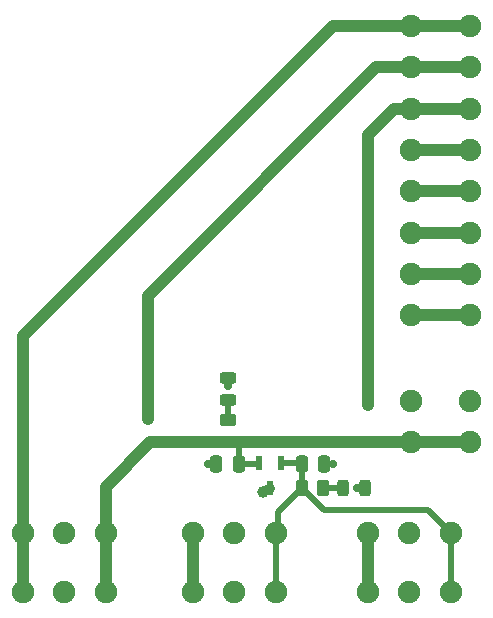
<source format=gtl>
G04 #@! TF.GenerationSoftware,KiCad,Pcbnew,8.0.6*
G04 #@! TF.CreationDate,2024-11-26T19:07:21-08:00*
G04 #@! TF.ProjectId,Constellation STAR LAF V1.0,436f6e73-7465-46c6-9c61-74696f6e2053,rev?*
G04 #@! TF.SameCoordinates,Original*
G04 #@! TF.FileFunction,Copper,L1,Top*
G04 #@! TF.FilePolarity,Positive*
%FSLAX46Y46*%
G04 Gerber Fmt 4.6, Leading zero omitted, Abs format (unit mm)*
G04 Created by KiCad (PCBNEW 8.0.6) date 2024-11-26 19:07:21*
%MOMM*%
%LPD*%
G01*
G04 APERTURE LIST*
G04 Aperture macros list*
%AMRoundRect*
0 Rectangle with rounded corners*
0 $1 Rounding radius*
0 $2 $3 $4 $5 $6 $7 $8 $9 X,Y pos of 4 corners*
0 Add a 4 corners polygon primitive as box body*
4,1,4,$2,$3,$4,$5,$6,$7,$8,$9,$2,$3,0*
0 Add four circle primitives for the rounded corners*
1,1,$1+$1,$2,$3*
1,1,$1+$1,$4,$5*
1,1,$1+$1,$6,$7*
1,1,$1+$1,$8,$9*
0 Add four rect primitives between the rounded corners*
20,1,$1+$1,$2,$3,$4,$5,0*
20,1,$1+$1,$4,$5,$6,$7,0*
20,1,$1+$1,$6,$7,$8,$9,0*
20,1,$1+$1,$8,$9,$2,$3,0*%
G04 Aperture macros list end*
G04 #@! TA.AperFunction,SMDPad,CuDef*
%ADD10RoundRect,0.250000X0.450000X-0.262500X0.450000X0.262500X-0.450000X0.262500X-0.450000X-0.262500X0*%
G04 #@! TD*
G04 #@! TA.AperFunction,SMDPad,CuDef*
%ADD11R,0.600000X1.250000*%
G04 #@! TD*
G04 #@! TA.AperFunction,SMDPad,CuDef*
%ADD12RoundRect,0.250000X0.250000X0.475000X-0.250000X0.475000X-0.250000X-0.475000X0.250000X-0.475000X0*%
G04 #@! TD*
G04 #@! TA.AperFunction,SMDPad,CuDef*
%ADD13RoundRect,0.250000X-0.262500X-0.450000X0.262500X-0.450000X0.262500X0.450000X-0.262500X0.450000X0*%
G04 #@! TD*
G04 #@! TA.AperFunction,SMDPad,CuDef*
%ADD14RoundRect,0.243750X-0.456250X0.243750X-0.456250X-0.243750X0.456250X-0.243750X0.456250X0.243750X0*%
G04 #@! TD*
G04 #@! TA.AperFunction,SMDPad,CuDef*
%ADD15RoundRect,0.243750X0.243750X0.456250X-0.243750X0.456250X-0.243750X-0.456250X0.243750X-0.456250X0*%
G04 #@! TD*
G04 #@! TA.AperFunction,SMDPad,CuDef*
%ADD16RoundRect,0.250000X-0.250000X-0.475000X0.250000X-0.475000X0.250000X0.475000X-0.250000X0.475000X0*%
G04 #@! TD*
G04 #@! TA.AperFunction,ComponentPad*
%ADD17C,1.900000*%
G04 #@! TD*
G04 #@! TA.AperFunction,ViaPad*
%ADD18C,0.700000*%
G04 #@! TD*
G04 #@! TA.AperFunction,ViaPad*
%ADD19C,1.000000*%
G04 #@! TD*
G04 #@! TA.AperFunction,Conductor*
%ADD20C,0.500000*%
G04 #@! TD*
G04 #@! TA.AperFunction,Conductor*
%ADD21C,0.750000*%
G04 #@! TD*
G04 #@! TA.AperFunction,Conductor*
%ADD22C,1.000000*%
G04 #@! TD*
G04 APERTURE END LIST*
D10*
X53100000Y-68225000D03*
X53100000Y-66400000D03*
D11*
X57600000Y-69999999D03*
X55700000Y-69999999D03*
X56650000Y-72100000D03*
D12*
X53999999Y-70100000D03*
X52100001Y-70100000D03*
D13*
X59337498Y-72150000D03*
X61162498Y-72150000D03*
D14*
X53100000Y-62824999D03*
X53100000Y-64700001D03*
D15*
X64687500Y-72150000D03*
X62812498Y-72150000D03*
D16*
X59350000Y-70150000D03*
X61249998Y-70150000D03*
D17*
X68580000Y-64770000D03*
X73580000Y-64770000D03*
X68580000Y-68270000D03*
X73580000Y-68270000D03*
X71950000Y-75950000D03*
X71950000Y-80950000D03*
X68450000Y-75950000D03*
X68450000Y-80950000D03*
X64949999Y-75950000D03*
X64949999Y-80950000D03*
X42729209Y-75950000D03*
X42729209Y-80950000D03*
X39229209Y-75950000D03*
X39229209Y-80950000D03*
X35729208Y-75950000D03*
X35729208Y-80950000D03*
X68580000Y-33020000D03*
X73580000Y-33020000D03*
X68580000Y-36520000D03*
X73579999Y-36520001D03*
X68580000Y-40020002D03*
X73580000Y-40020002D03*
X68580000Y-43520003D03*
X73580000Y-43520003D03*
X68580000Y-47020003D03*
X73580000Y-47020003D03*
X68580000Y-50520003D03*
X73580000Y-50520003D03*
X68580000Y-54020004D03*
X73580000Y-54020004D03*
X68580000Y-57520005D03*
X73580000Y-57520005D03*
X57125000Y-75950000D03*
X57125000Y-80950000D03*
X53625000Y-75950000D03*
X53625000Y-80950000D03*
X50124999Y-75950000D03*
X50124999Y-80950000D03*
D18*
X61950000Y-70150000D03*
X64012499Y-72150000D03*
D19*
X56050000Y-72500000D03*
D18*
X51400000Y-70100000D03*
X53100000Y-63512500D03*
D19*
X46300000Y-66300000D03*
X64950000Y-65100000D03*
D20*
X70000000Y-74000000D02*
X71950000Y-75950000D01*
X59350000Y-72137498D02*
X59337498Y-72150000D01*
X59350000Y-70150000D02*
X59350000Y-72137498D01*
X57350000Y-75725000D02*
X57125000Y-75950000D01*
X71950000Y-75950000D02*
X71950000Y-80950000D01*
X57600000Y-69999999D02*
X59199999Y-69999999D01*
X59199999Y-69999999D02*
X59350000Y-70150000D01*
X57350000Y-74137498D02*
X57350000Y-75725000D01*
X61187498Y-74000000D02*
X70000000Y-74000000D01*
X59337498Y-72150000D02*
X57350000Y-74137498D01*
X59337498Y-72150000D02*
X61187498Y-74000000D01*
X57125000Y-80950000D02*
X57125000Y-75950000D01*
X64687501Y-72150000D02*
X64012499Y-72150000D01*
X61249998Y-70150000D02*
X61950000Y-70150000D01*
D21*
X56650000Y-72100000D02*
X56450000Y-72100000D01*
D20*
X52100001Y-70100000D02*
X51400000Y-70100000D01*
D21*
X56450000Y-72100000D02*
X56050000Y-72500000D01*
D20*
X53100000Y-62824999D02*
X53100000Y-63512500D01*
D22*
X42729209Y-72020791D02*
X42729209Y-75950000D01*
X54000000Y-68270000D02*
X46480000Y-68270000D01*
X68580000Y-68270000D02*
X54000000Y-68270000D01*
D20*
X53999999Y-70100000D02*
X55599999Y-70100000D01*
D22*
X68580000Y-68270000D02*
X73580000Y-68270000D01*
X42729209Y-75950000D02*
X42729209Y-80950000D01*
X46480000Y-68270000D02*
X42729209Y-72020791D01*
D20*
X53999999Y-70100000D02*
X53999999Y-68270001D01*
X53999999Y-68270001D02*
X54000000Y-68270000D01*
X55599999Y-70100000D02*
X55700000Y-69999999D01*
X53100000Y-66400000D02*
X53100000Y-64700001D01*
X61162498Y-72150000D02*
X62812498Y-72150000D01*
D22*
X68580000Y-43520003D02*
X73580000Y-43520003D01*
X46300000Y-55875000D02*
X65655000Y-36520000D01*
X68580001Y-36520001D02*
X68580000Y-36520000D01*
X73579999Y-36520001D02*
X68580001Y-36520001D01*
X50124999Y-75950000D02*
X50124999Y-80950000D01*
X46300000Y-66300000D02*
X46300000Y-55875000D01*
X65655000Y-36520000D02*
X68580000Y-36520000D01*
X35729208Y-75950000D02*
X35729208Y-80950000D01*
X35729208Y-59295792D02*
X62005000Y-33020000D01*
X35729208Y-75950000D02*
X35729208Y-59295792D01*
X62005000Y-33020000D02*
X73580000Y-33020000D01*
X64949999Y-75950000D02*
X64949999Y-80950000D01*
X64950000Y-42250000D02*
X67179998Y-40020002D01*
X64950000Y-65100000D02*
X64950000Y-42250000D01*
X67179998Y-40020002D02*
X68580000Y-40020002D01*
X68580000Y-40020002D02*
X73580000Y-40020002D01*
X73580000Y-47020003D02*
X68580000Y-47020003D01*
X73580000Y-54020004D02*
X68580000Y-54020004D01*
X68580000Y-57520005D02*
X73580000Y-57520005D01*
X68580000Y-50520003D02*
X73580000Y-50520003D01*
M02*

</source>
